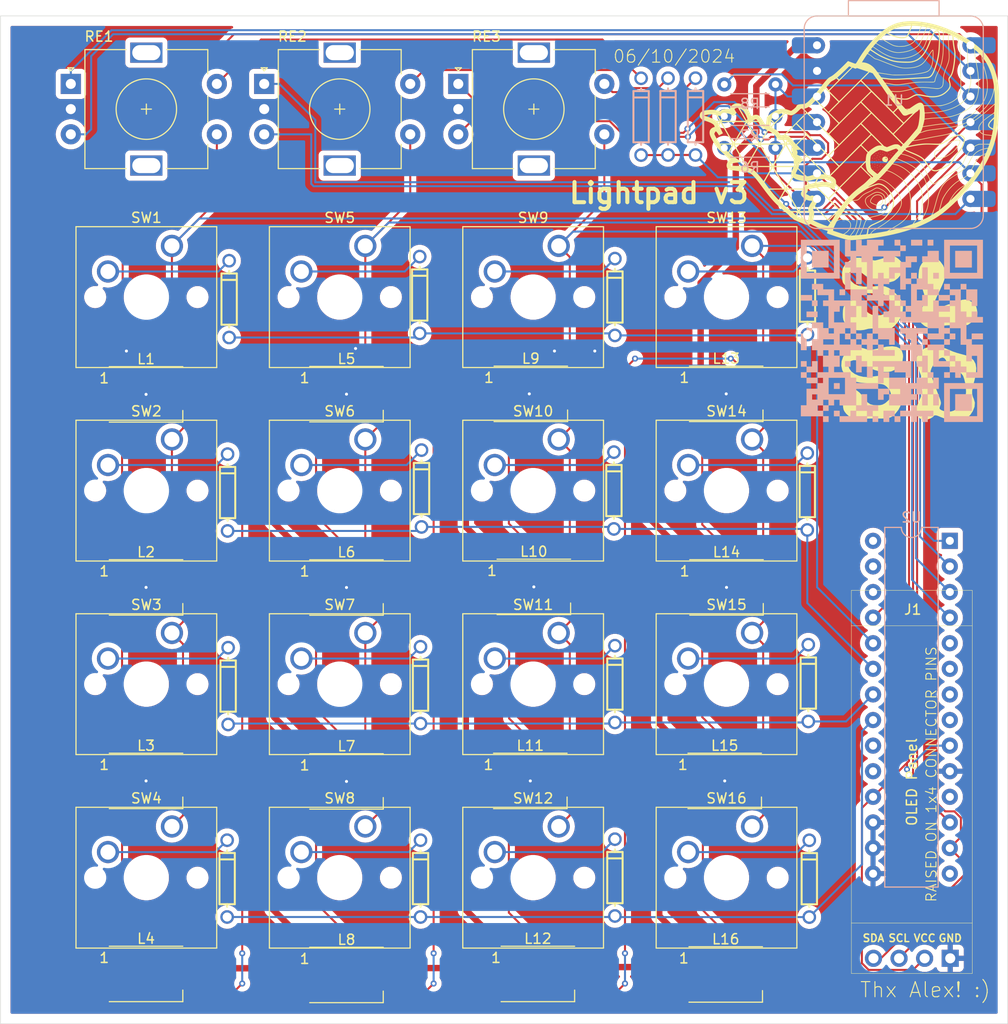
<source format=kicad_pcb>
(kicad_pcb (version 20240108) (generator "pcbnew") (generator_version "8.0")
  (layers (0 "F.Cu" signal) (31 "B.Cu" signal) (34 "B.Paste" user) (35 "F.Paste" user) (36 "B.SilkS" user "B.Silkscreen") (37 "F.SilkS" user "F.Silkscreen") (38 "B.Mask" user) (39 "F.Mask" user) (44 "Edge.Cuts" user))
  (net 0 "")
  (net 1 "Net-(D1-A)")
  (net 2 "R1")
  (net 3 "Net-(D2-A)")
  (net 4 "R2")
  (net 5 "R3")
  (net 6 "Net-(D3-A)")
  (net 7 "Net-(D4-A)")
  (net 8 "R4")
  (net 9 "Net-(D5-A)")
  (net 10 "Net-(D6-A)")
  (net 11 "Net-(D7-A)")
  (net 12 "Net-(D8-A)")
  (net 13 "Net-(D9-A)")
  (net 14 "Net-(D10-A)")
  (net 15 "Net-(D11-A)")
  (net 16 "Net-(D12-A)")
  (net 17 "Net-(D13-A)")
  (net 18 "Net-(D14-A)")
  (net 19 "Net-(D15-A)")
  (net 20 "Net-(D16-A)")
  (net 21 "Net-(D17-A)")
  (net 22 "R5")
  (net 23 "Net-(D18-A)")
  (net 24 "SDA")
  (net 25 "+3V3")
  (net 26 "SCL")
  (net 27 "GND")
  (net 28 "Net-(L1-DOUT)")
  (net 29 "N1")
  (net 30 "+5V")
  (net 31 "Net-(L2-DOUT)")
  (net 32 "Net-(L3-DOUT)")
  (net 33 "Net-(L4-DOUT)")
  (net 34 "Net-(L5-DOUT)")
  (net 35 "Net-(L6-DOUT)")
  (net 36 "Net-(L7-DOUT)")
  (net 37 "Net-(L8-DOUT)")
  (net 38 "Net-(L10-DIN)")
  (net 39 "Net-(L10-DOUT)")
  (net 40 "Net-(L11-DOUT)")
  (net 41 "Net-(L12-DOUT)")
  (net 42 "Net-(L13-DOUT)")
  (net 43 "Net-(L14-DOUT)")
  (net 44 "Net-(L15-DOUT)")
  (net 46 "SCK")
  (net 47 "E1A")
  (net 48 "E1B")
  (net 49 "C1")
  (net 50 "C2")
  (net 51 "E2A")
  (net 52 "E2B")
  (net 53 "E3A")
  (net 54 "E3B")
  (net 55 "C3")
  (net 56 "C4")
  (net 69 "Net-(D19-A)")
  (footprint "Seeed Studio XIAO Series Library:SSD1306-0.91-OLED-4pin-128x32" (layer "F.Cu") (at 146.48 107 -90)
    (property "Reference" "J1")
    (property "Value" "0.91\" OLED Display")
  )
  (footprint "chrislib:mxswitchwithmodel" (layer "F.Cu") (at 67.02 111.22)
    (property "Reference" "SW3")
    (property "Value" "Cherry MX Switch")
  )
  (footprint "LED_SMD:LED_WS2812B_PLCC4_5.0x5.0mm_P3.2mm" (layer "F.Cu") (at 102.95 106.65)
    (property "Reference" "L10")
    (property "Value" "WS2812B")
  )
  (footprint "chrislib:mxswitchwithmodel" (layer "F.Cu") (at 124.62 92.02)
    (property "Reference" "SW14")
    (property "Value" "Cherry MX Switch")
  )
  (footprint "LED_SMD:LED_WS2812B_PLCC4_5.0x5.0mm_P3.2mm" (layer "F.Cu") (at 121.9 125.9)
    (property "Reference" "L15")
    (property "Value" "WS2812B")
  )
  (footprint "chrislib:mxswitchwithmodel" (layer "F.Cu") (at 124.62 111.22)
    (property "Reference" "SW15")
    (property "Value" "Cherry MX Switch")
  )
  (footprint "chrislib:mxswitchwithmodel" (layer "F.Cu") (at 105.42 92.02)
    (property "Reference" "SW10")
    (property "Value" "Cherry MX Switch")
  )
  (footprint "Seeed Studio XIAO Series Library:DIODE-1N4148" (layer "F.Cu") (at 91.7 135.59 90)
    (property "Reference" "D8")
    (property "Value" "D" (hide yes))
  )
  (footprint "Seeed Studio XIAO Series Library:DIODE-1N4148" (layer "F.Cu") (at 91.6184 77.69 90)
    (property "Reference" "D5")
    (property "Value" "D" (hide yes))
  )
  (footprint "chrislib:mxswitchwithmodel" (layer "F.Cu") (at 124.62 130.42)
    (property "Reference" "SW16")
    (property "Value" "Cherry MX Switch")
  )
  (footprint "LED_SMD:LED_WS2812B_PLCC4_5.0x5.0mm_P3.2mm" (layer "F.Cu") (at 122.05 87.5)
    (property "Reference" "L13")
    (property "Value" "WS2812B")
  )
  (footprint "LED_SMD:LED_WS2812B_PLCC4_5.0x5.0mm_P3.2mm" (layer "F.Cu") (at 102.65 87.5)
    (property "Reference" "L9")
    (property "Value" "WS2812B")
  )
  (footprint "LED_SMD:LED_WS2812B_PLCC4_5.0x5.0mm_P3.2mm" (layer "F.Cu") (at 84.35 145.15)
    (property "Reference" "L8")
    (property "Value" "WS2812B")
  )
  (footprint "chrislib:mxswitchwithmodel" (layer "F.Cu") (at 67.02 72.82)
    (property "Reference" "SW1")
    (property "Value" "Cherry MX Switch")
  )
  (footprint "LOGO" (layer "F.Cu") (at 134.25 61.25)
    (property "Reference" "")
    (property "Value" "LOGO" (hide yes))
  )
  (footprint "Seeed Studio XIAO Series Library:DIODE-1N4148" (layer "F.Cu") (at 130.1184 77.81 90)
    (property "Reference" "D13")
    (property "Value" "D" (hide yes))
  )
  (footprint "LED_SMD:LED_WS2812B_PLCC4_5.0x5.0mm_P3.2mm" (layer "F.Cu") (at 64.45 145.05)
    (property "Reference" "L4")
    (property "Value" "WS2812B")
  )
  (footprint "Seeed Studio XIAO Series Library:DIODE-1N4148" (layer "F.Cu") (at 72.5 135.59 90)
    (property "Reference" "D4")
    (property "Value" "D" (hide yes))
  )
  (footprint "LED_SMD:LED_WS2812B_PLCC4_5.0x5.0mm_P3.2mm" (layer "F.Cu") (at 103.35 145.05)
    (property "Reference" "L12")
    (property "Value" "WS2812B")
  )
  (footprint "LED_SMD:LED_WS2812B_PLCC4_5.0x5.0mm_P3.2mm" (layer "F.Cu") (at 122 145.1)
    (property "Reference" "L16")
    (property "Value" "WS2812B")
  )
  (footprint "Seeed Studio XIAO Series Library:DIODE-1N4148" (layer "F.Cu") (at 72.5456 97.29 90)
    (property "Reference" "D2")
    (property "Value" "D" (hide yes))
  )
  (footprint "chrislib:mxswitchwithmodel" (layer "F.Cu") (at 86.22 92.02)
    (property "Reference" "SW6")
    (property "Value" "Cherry MX Switch")
  )
  (footprint "Seeed Studio XIAO Series Library:DIODE-1N4148" (layer "F.Cu") (at 130.1 97.19 90)
    (property "Reference" "D14")
    (property "Value" "D" (hide yes))
  )
  (footprint "Seeed Studio XIAO Series Library:DIODE-1N4148" (layer "F.Cu") (at 91.7 116.4 90)
    (property "Reference" "D7")
    (property "Value" "D" (hide yes))
  )
  (footprint "chrislib:mxswitchwithmodel" (layer "F.Cu") (at 124.62 72.82)
    (property "Reference" "SW13")
    (property "Value" "Cherry MX Switch")
  )
  (footprint "Seeed Studio XIAO Series Library:DIODE-1N4148" (layer "F.Cu") (at 72.6 116.49 90)
    (property "Reference" "D3")
    (property "Value" "D" (hide yes))
  )
  (footprint "chrislib:mxswitchwithmodel" (layer "F.Cu") (at 67.02 130.42)
    (property "Reference" "SW4")
    (property "Value" "Cherry MX Switch")
  )
  (footprint "Seeed Studio XIAO Series Library:DIODE-1N4148" (layer "F.Cu") (at 111 77.89 90)
    (property "Reference" "D9")
    (property "Value" "D" (hide yes))
  )
  (footprint "chrislib:mxswitchwithmodel" (layer "F.Cu") (at 105.42 72.82)
    (property "Reference" "SW9")
    (property "Value" "Cherry MX Switch")
  )
  (footprint "chrislib:mxswitchwithmodel" (layer "F.Cu") (at 67.02 92.02)
    (property "Reference" "SW2")
    (property "Value" "Cherry MX Switch")
  )
  (footprint "chrislib:ec11with3dmodel" (layer "F.Cu") (at 76.18 56.75)
    (property "Reference" "RE2")
    (property "Value" "E11 Rotary")
  )
  (footprint "LED_SMD:LED_WS2812B_PLCC4_5.0x5.0mm_P3.2mm" (layer "F.Cu") (at 64.45 125.9)
    (property "Reference" "L3")
    (property "Value" "WS2812B")
  )
  (footprint "Seeed Studio XIAO Series Library:DIODE-1N4148" (layer "F.Cu") (at 110.9 97.09 90)
    (property "Reference" "D10")
    (property "Value" "D" (hide yes))
  )
  (footprint "LED_SMD:LED_WS2812B_PLCC4_5.0x5.0mm_P3.2mm" (layer "F.Cu") (at 84.35 87.53)
    (property "Reference" "L5")
    (property "Value" "WS2812B")
  )
  (footprint "Seeed Studio XIAO Series Library:DIODE-1N4148" (layer "F.Cu") (at 111 135.49 90)
    (property "Reference" "D12")
    (property "Value" "D" (hide yes))
  )
  (footprint "LED_SMD:LED_WS2812B_PLCC4_5.0x5.0mm_P3.2mm" (layer "F.Cu") (at 64.45 87.55)
    (property "Reference" "L1")
    (property "Value" "WS2812B")
  )
  (footprint "chrislib:ec11with3dmodel" (layer "F.Cu") (at 56.98 56.75)
    (property "Reference" "RE1")
    (property "Value" "E11 Rotary")
  )
  (footprint "chrislib:mxswitchwithmodel" (layer "F.Cu") (at 105.42 111.22)
    (property "Reference" "SW11")
    (property "Value" "Cherry MX Switch")
  )
  (footprint "LED_SMD:LED_WS2812B_PLCC4_5.0x5.0mm_P3.2mm" (layer "F.Cu") (at 102.6 125.9)
    (property "Reference" "L11")
    (property "Value" "WS2812B")
  )
  (footprint "chrislib:mxswitchwithmodel" (layer "F.Cu") (at 86.22 111.22)
    (property "Reference" "SW7")
    (property "Value" "Cherry MX Switch")
  )
  (footprint "LED_SMD:LED_WS2812B_PLCC4_5.0x5.0mm_P3.2mm" (layer "F.Cu") (at 64.45 106.7)
    (property "Reference" "L2")
    (property "Value" "WS2812B")
  )
  (footprint "chrislib:mxswitchwithmodel" (layer "F.Cu") (at 105.42 130.42)
    (property "Reference" "SW12")
    (property "Value" "Cherry MX Switch")
  )
  (footprint "LED_SMD:LED_WS2812B_PLCC4_5.0x5.0mm_P3.2mm" (layer "F.Cu") (at 84.35 106.71)
    (property "Reference" "L6")
    (property "Value" "WS2812B")
  )
  (footprint "LOGO" (layer "F.Cu") (at 140.75 82.226694)
    (property "Reference" "")
    (property "Value" "LOGO" (hide yes))
  )
  (footprint "Seeed Studio XIAO Series Library:DIODE-1N4148" (layer "F.Cu") (at 72.7 78.1 90)
    (property "Reference" "D1")
    (property "Value" "D" (hide yes))
  )
  (footprint "chrislib:mxswitchwithmodel" (layer "F.Cu") (at 86.22 72.82)
    (property "Reference" "SW5")
    (property "Value" "Cherry MX Switch")
  )
  (footprint "LED_SMD:LED_WS2812B_PLCC4_5.0x5.0mm_P3.2mm" (layer "F.Cu") (at 122.08 106.7)
    (property "Reference" "L14")
    (property "Value" "WS2812B")
  )
  (footprint "chrislib:mxswitchwithmodel" (layer "F.Cu") (at 86.22 130.42)
    (property "Reference" "SW8")
    (property "Value" "Cherry MX Switch")
  )
  (footprint "chrislib:ec11with3dmodel" (layer "F.Cu") (at 95.45 56.75)
    (property "Reference" "RE3")
    (property "Value" "E11 Rotary")
  )
  (footprint "Seeed Studio XIAO Series Library:DIODE-1N4148" (layer "F.Cu") (at 111 116.29 90)
    (property "Reference" "D11")
    (property "Value" "D" (hide yes))
  )
  (footprint "LED_SMD:LED_WS2812B_PLCC4_5.0x5.0mm_P3.2mm" (layer "F.Cu") (at 84.35 125.95)
    (property "Reference" "L7")
    (property "Value" "WS2812B")
  )
  (footprint "Seeed Studio XIAO Series Library:DIODE-1N4148" (layer "F.Cu") (at 130.3 135.6 90)
    (property "Reference" "D16")
    (property "Value" "D" (hide yes))
  )
  (footprint "Seeed Studio XIAO Series Library:DIODE-1N4148" (layer "F.Cu") (at 91.8 96.89 90)
    (property "Reference" "D6")
    (property "Value" "D" (hide yes))
  )
  (footprint "Seeed Studio XIAO Series Library:DIODE-1N4148" (layer "F.Cu") (at 130.2 116.19 90)
    (property "Reference" "D15")
    (property "Value" "D" (hide yes))
  )
  (footprint "Seeed Studio XIAO Series Library:DIODE-1N4148" (layer "B.Cu") (at 113.6 60 90)
    (property "Reference" "D17")
    (property "Value" "D" (hide yes))
  )
  (footprint "LOGO" (layer "B.Cu") (at 138.5 81.25 180)
    (property "Reference" "")
    (property "Value" "LOGO" (hide yes))
  )
  (footprint "Resistor_THT:R_Axial_DIN0204_L3.6mm_D1.6mm_P5.08mm_Horizontal" (layer "B.Cu") (at 121.86 63.1)
    (property "Reference" "R6")
    (property "Value" "4.7K")
  )
  (footprint "Seeed Studio XIAO Series Library:DIODE-1N4148" (layer "B.Cu") (at 116.2728 59.99 90)
    (property "Reference" "D18")
    (property "Value" "D" (hide yes))
  )
  (footprint "Seeed Studio XIAO Series Library:XIAO-RP2040" (layer "B.Cu") (at 147.5725 71.091 180)
    (property "Reference" "U1")
    (property "Value" "Seeed Studio RP2040")
  )
  (footprint "Package_DIP:DIP-28_W7.62mm" (layer "B.Cu") (at 144.25 102.08 180)
    (property "Reference" "U2")
    (property "Value" "MCP23017_SP")
  )
  (footprint "Resistor_THT:R_Axial_DIN0204_L3.6mm_D1.6mm_P5.08mm_Horizontal" (layer "B.Cu") (at 121.86 56.8)
    (property "Reference" "R8")
    (property "Value" "4.7K")
  )
  (footprint "Resistor_THT:R_Axial_DIN0204_L3.6mm_D1.6mm_P5.08mm_Horizontal" (layer "B.Cu") (at 121.86 59.95)
    (property "Reference" "R7")
    (property "Value" "4.7K")
  )
  (footprint "Seeed Studio XIAO Series Library:DIODE-1N4148" (layer "B.Cu") (at 119 59.99 90)
    (property "Reference" "D19")
    (property "Value" "D" (hide yes))
  )
  (gr_rect (start 50 50) (end 150 150) (stroke (width 0.05)) (fill none) (layer "Edge.Cuts"))
  (gr_text "06/10/2024" (at 110.75 54.75 0) (layer "F.SilkS") (effects (font (size 1.25 1.25) (thickness 0.1)) (justify left bottom)))
  (gr_text "RAISED ON 1x4 CONNECTOR PINS" (at 143 138 90) (layer "F.SilkS") (effects (font (size 1 1) (thickness 0.1)) (justify left bottom)))
  (gr_text "Lightpad v3" (at 106.25 68.75 0) (layer "F.SilkS") (effects (font (size 2 2) (thickness 0.4) (bold yes)) (justify left bottom)))
  (gr_text "Thx Alex! :)" (at 135.25 147.5 0) (layer "F.SilkS") (effects (font (size 1.5 1.5) (thickness 0.1)) (justify left bottom)))
  (segment (start 60.67 75.36) (end 71.63 75.36) (width 0.2) (layer "B.Cu") (net 1))
  (segment (start 71.63 75.36) (end 72.7 74.29) (width 0.2) (layer "B.Cu") (net 1))
  (segment (start 91.2084 81.91) (end 91.6184 81.5) (width 0.2) (layer "B.Cu") (net 2))
  (segment (start 130.0384 81.7) (end 130.1184 81.62) (width 0.2) (layer "B.Cu") (net 2))
  (segment (start 110.8 81.5) (end 111 81.7) (width 0.2) (layer "B.Cu") (net 2))
  (segment (start 72.7 81.91) (end 91.2084 81.91) (width 0.2) (layer "B.Cu") (net 2))
  (segment (start 130.1184 81.62) (end 131.07437 82.57597) (width 0.2) (layer "B.Cu") (net 2))
  (segment (start 91.6184 81.5) (end 110.8 81.5) (width 0.2) (layer "B.Cu") (net 2))
  (segment (start 131.07437 82.57597) (end 131.07437 106.68437) (width 0.2) (layer "B.Cu") (net 2))
  (segment (start 131.07437 106.68437) (end 136.63 112.24) (width 0.2) (layer "B.Cu") (net 2))
  (segment (start 111 81.7) (end 130.0384 81.7) (width 0.2) (layer "B.Cu") (net 2))
  (segment (start 60.67 94.56) (end 71.4656 94.56) (width 0.2) (layer "B.Cu") (net 3))
  (segment (start 71.4656 94.56) (end 72.5456 93.48) (width 0.2) (layer "B.Cu") (net 3))
  (segment (start 110.7 100.7) (end 110.9 100.9) (width 0.2) (layer "B.Cu") (net 4))
  (segment (start 110.9 100.9) (end 130 100.9) (width 0.2) (layer "B.Cu") (net 4))
  (segment (start 130 100.9) (end 130.1 101) (width 0.2) (layer "B.Cu") (net 4))
  (segment (start 130.1 108.25) (end 136.63 114.78) (width 0.2) (layer "B.Cu") (net 4))
  (segment (start 91.8 100.7) (end 110.7 100.7) (width 0.2) (layer "B.Cu") (net 4))
  (segment (start 72.5456 101.1) (end 91.4 101.1) (width 0.2) (layer "B.Cu") (net 4))
  (segment (start 130.1 101) (end 130.1 108.25) (width 0.2) (layer "B.Cu") (net 4))
  (segment (start 91.4 101.1) (end 91.8 100.7) (width 0.2) (layer "B.Cu") (net 4))
  (segment (start 130.1 120.1) (end 130.2 120) (width 0.2) (layer "B.Cu") (net 5))
  (segment (start 110.5 120.1) (end 110.39 120.21) (width 0.2) (layer "B.Cu") (net 5))
  (segment (start 72.69 120.21) (end 72.6 120.3) (width 0.2) (layer "B.Cu") (net 5))
  (segment (start 91.7 120.21) (end 72.69 120.21) (width 0.2) (layer "B.Cu") (net 5))
  (segment (start 111 120.1) (end 130.1 120.1) (width 0.2) (layer "B.Cu") (net 5))
  (segment (start 111 120.1) (end 110.5 120.1) (width 0.2) (layer "B.Cu") (net 5))
  (segment (start 130.2 120) (end 133.95 120) (width 0.2) (layer "B.Cu") (net 5))
  (segment (start 133.95 120) (end 136.63 117.32) (width 0.2) (layer "B.Cu") (net 5))
  (segment (start 110.39 120.21) (end 91.7 120.21) (width 0.2) (layer "B.Cu") (net 5))
  (segment (start 71.52 113.76) (end 72.6 112.68) (width 0.2) (layer "B.Cu") (net 6))
  (segment (start 60.67 113.76) (end 71.52 113.76) (width 0.2) (layer "B.Cu") (net 6))
  (segment (start 60.67 132.96) (end 71.32 132.96) (width 0.2) (layer "B.Cu") (net 7))
  (segment (start 71.32 132.96) (end 72.5 131.78) (width 0.2) (layer "B.Cu") (net 7))
  (segment (start 91.7 139.4) (end 110.9 139.4) (width 0.2) (layer "B.Cu") (net 8))
  (segment (start 110.9 139.4) (end 111 139.3) (width 0.2) (layer "B.Cu") (net 8))
  (segment (start 130.3 139.41) (end 111.11 139.41) (width 0.2) (layer "B.Cu") (net 8))
  (segment (start 135.53 134.18) (end 135.53 120.96) (width 0.2) (layer "B.Cu") (net 8))
  (segment (start 130.3 139.41) (end 135.53 134.18) (width 0.2) (layer "B.Cu") (net 8))
  (segment (start 135.53 120.96) (end 136.63 119.86) (width 0.2) (layer "B.Cu") (net 8))
  (segment (start 111.11 139.41) (end 111 139.3) (width 0.2) (layer "B.Cu") (net 8))
  (segment (start 72.5 139.4) (end 91.7 139.4) (width 0.2) (layer "B.Cu") (net 8))
  (segment (start 79.87 75.36) (end 90.1384 75.36) (width 0.2) (layer "B.Cu") (net 9))
  (segment (start 90.1384 75.36) (end 91.6184 73.88) (width 0.2) (layer "B.Cu") (net 9))
  (segment (start 79.87 94.56) (end 90.32 94.56) (width 0.2) (layer "B.Cu") (net 10))
  (segment (start 90.32 94.56) (end 91.8 93.08) (width 0.2) (layer "B.Cu") (net 10))
  (segment (start 79.87 113.76) (end 90.53 113.76) (width 0.2) (layer "B.Cu") (net 11))
  (segment (start 90.53 113.76) (end 91.7 112.59) (width 0.2) (layer "B.Cu") (net 11))
  (segment (start 79.87 132.96) (end 90.52 132.96) (width 0.2) (layer "B.Cu") (net 12))
  (segment (start 90.52 132.96) (end 91.7 131.78) (width 0.2) (layer "B.Cu") (net 12))
  (segment (start 99.07 75.36) (end 109.72 75.36) (width 0.2) (layer "B.Cu") (net 13))
  (segment (start 109.72 75.36) (end 111 74.08) (width 0.2) (layer "B.Cu") (net 13))
  (segment (start 99.07 94.56) (end 109.62 94.56) (width 0.2) (layer "B.Cu") (net 14))
  (segment (start 109.62 94.56) (end 110.9 93.28) (width 0.2) (layer "B.Cu") (net 14))
  (segment (start 99.07 113.76) (end 109.72 113.76) (width 0.2) (layer "B.Cu") (net 15))
  (segment (start 109.72 113.76) (end 111 112.48) (width 0.2) (layer "B.Cu") (net 15))
  (segment (start 109.72 132.96) (end 111 131.68) (width 0.2) (layer "B.Cu") (net 16))
  (segment (start 99.07 132.96) (end 109.72 132.96) (width 0.2) (layer "B.Cu") (net 16))
  (segment (start 128.7584 75.36) (end 130.1184 74) (width 0.2) (layer "B.Cu") (net 17))
  (segment (start 118.27 75.36) (end 128.7584 75.36) (width 0.2) (layer "B.Cu") (net 17))
  (segment (start 118.27 94.56) (end 128.92 94.56) (width 0.2) (layer "B.Cu") (net 18))
  (segment (start 128.92 94.56) (end 130.1 93.38) (width 0.2) (layer "B.Cu") (net 18))
  (segment (start 128.82 113.76) (end 130.2 112.38) (width 0.2) (layer "B.Cu") (net 19))
  (segment (start 118.27 113.76) (end 128.82 113.76) (width 0.2) (layer "B.Cu") (net 19))
  (segment (start 129.13 132.96) (end 130.3 131.79) (width 0.2) (layer "B.Cu") (net 20))
  (segment (start 118.27 132.96) (end 129.13 132.96) (width 0.2) (layer "B.Cu") (net 20))
  (segment (start 113.6 56.19) (end 109.76 52.35) (width 0.2) (layer "F.Cu") (net 21))
  (segment (start 75.88 52.35) (end 71.48 56.75) (width 0.2) (layer "F.Cu") (net 21))
  (segment (start 109.76 52.35) (end 75.88 52.35) (width 0.2) (layer "F.Cu") (net 21))
  (segment (start 113.6 63.81) (end 116.2628 63.81) (width 0.2) (layer "F.Cu") (net 22))
  (segment (start 132.842157 68.657843) (end 139.8 75.615686) (width 0.2) (layer "F.Cu") (net 22))
  (segment (start 139.8 75.615686) (end 139.8 106.53) (width 0.2) (layer "F.Cu") (net 22))
  (segment (start 131.84 69.66) (end 132.842157 68.657843) (width 0.2) (layer "F.Cu") (net 22))
  (segment (start 129 69.66) (end 131.84 69.66) (width 0.2) (layer "F.Cu") (net 22))
  (segment (start 116.2628 63.81) (end 116.2728 63.8) (width 0.2) (layer "F.Cu") (net 22))
  (segment (start 116.2728 63.8) (end 119 63.8) (width 0.2) (layer "F.Cu") (net 22))
  (segment (start 139.8 106.53) (end 136.63 109.7) (width 0.2) (layer "F.Cu") (net 22))
  (segment (start 128 68.66) (end 129 69.66) (width 0.2) (layer "F.Cu") (net 22))
  (via (at 128 68.66) (size 0.6) (drill 0.3) (layers "F.Cu" "B.Cu") (net 22))
  (segment (start 121.22 66.02) (end 125.36 66.02) (width 0.2) (layer "B.Cu") (net 22))
  (segment (start 119 63.8) (end 121.22 66.02) (width 0.2) (layer "B.Cu") (net 22))
  (segment (start 125.36 66.02) (end 128 68.66) (width 0.2) (layer "B.Cu") (net 22))
  (segment (start 116.2728 56.18) (end 115.28843 57.16437) (width 0.2) (layer "F.Cu") (net 23))
  (segment (start 112.62437 57.16437) (end 110.83 55.37) (width 0.2) (layer "F.Cu") (net 23))
  (segment (start 92.06 55.37) (end 90.68 56.75) (width 0.2) (layer "F.Cu") (net 23))
  (segment (start 115.28843 57.16437) (end 112.62437 57.16437) (width 0.2) (layer "F.Cu") (net 23))
  (segment (start 110.83 55.37) (end 92.06 55.37) (width 0.2) (layer "F.Cu") (net 23))
  (segment (start 144.25 132.56) (end 145.9 134.21) (width 0.2) (layer "F.Cu") (net 24))
  (segment (start 143.794365 128.92) (end 144.705635 128.92) (width 0.2) (layer "F.Cu") (net 24))
  (segment (start 145.9 135.005635) (end 137.405635 143.5) (width 0.2) (layer "F.Cu") (net 24))
  (segment (start 145.9 134.21) (end 145.9 135.005635) (width 0.2) (layer "F.Cu") (net 24))
  (segment (start 145.35 129.564365) (end 145.35 131.46) (width 0.2) (layer "F.Cu") (net 24))
  (segment (start 146.3 63.08) (end 141 68.38) (width 0.2) (layer "F.Cu") (net 24))
  (segment (start 144.705635 128.92) (end 145.35 129.564365) (width 0.2) (layer "F.Cu") (net 24))
  (segment (start 137.405635 143.5) (end 136.67 143.5) (width 0.2) (layer "F.Cu") (net 24))
  (segment (start 145.35 131.46) (end 144.25 132.56) (width 0.2) (layer "F.Cu") (net 24))
  (segment (start 141 126.125635) (end 143.794365 128.92) (width 0.2) (layer "F.Cu") (net 24))
  (segment (start 141 68.38) (end 141 126.125635) (width 0.2) (layer "F.Cu") (net 24))
  (segment (start 128.67505 56.9) (end 140.12 56.9) (width 0.2) (layer "B.Cu") (net 24))
  (segment (start 127.57505 55.8) (end 128.67505 56.9) (width 0.2) (layer "B.Cu") (net 24))
  (segment (start 121.86 56.8) (end 122.86 55.8) (width 0.2) (layer "B.Cu") (net 24))
  (segment (start 140.12 56.9) (end 146.3 63.08) (width 0.2) (layer "B.Cu") (net 24))
  (segment (start 122.86 55.8) (end 127.57505 55.8) (width 0.2) (layer "B.Cu") (net 24))
  (segment (start 136.193654 144.65) (end 135.52 143.976346) (width 0.2) (layer "F.Cu") (net 25))
  (segment (start 132.814657 68.064657) (end 140.2 75.45) (width 0.2) (layer "F.Cu") (net 25))
  (segment (start 141.75 143.5) (end 140.6 144.65) (width 0.2) (layer "F.Cu") (net 25))
  (segment (start 131.619314 69.26) (end 132.814657 68.064657) (width 0.2) (layer "F.Cu") (net 25))
  (segment (start 135.52 128.59) (end 136.63 127.48) (width 0.2) (layer "F.Cu") (net 25))
  (segment (start 140.2 75.45) (end 140.2 123.91) (width 0.2) (layer "F.Cu") (net 25))
  (segment (start 130.609365 69.26) (end 131.619314 69.26) (width 0.2) (layer "F.Cu") (net 25))
  (segment (start 140.2 123.91) (end 140 124.11) (width 0.2) (layer "F.Cu") (net 25))
  (segment (start 126.94 65.590635) (end 130.609365 69.26) (width 0.2) (layer "F.Cu") (net 25))
  (segment (start 140.2 123.91) (end 136.63 127.48) (width 0.2) (layer "F.Cu") (net 25))
  (segment (start 140.6 144.65) (end 136.193654 144.65) (width 0.2) (layer "F.Cu") (net 25))
  (segment (start 126.94 63.1) (end 126.94 65.590635) (width 0.2) (layer "F.Cu") (net 25))
  (segment (start 135.52 143.976346) (end 135.52 128.59) (width 0.2) (layer "F.Cu") (net 25))
  (segment (start 140 124.11) (end 140 124.75) (width 0.2) (layer "F.Cu") (net 25))
  (via (at 140 124.75) (size 0.6) (drill 0.3) (layers "F.Cu" "B.Cu") (net 25))
  (segment (start 128.14 58) (end 126.94 56.8) (width 0.2) (layer "B.Cu") (net 25))
  (segment (start 142.35 122.4) (end 144.25 122.4) (width 0.2) (layer "B.Cu") (net 25))
  (segment (start 126.94 56.8) (end 126.94 59.95) (width 0.2) (layer "B.Cu") (net 25))
  (segment (start 131.065 58) (end 128.14 58) (width 0.2) (layer "B.Cu") (net 25))
  (segment (start 140 124.75) (end 142.35 122.4) (width 0.2) (layer "B.Cu") (net 25))
  (segment (start 126.94 63.1) (end 126.94 59.95) (width 0.2) (layer "B.Cu") (net 25))
  (segment (start 146.3 65.62) (end 147.4 66.72) (width 0.2) (layer "F.Cu") (net 26))
  (segment (start 147.4 135.31) (end 139.21 143.5) (width 0.2) (layer "F.Cu") (net 26))
  (segment (start 147.4 66.72) (end 147.4 135.31) (width 0.2) (layer "F.Cu") (net 26))
  (segment (start 126.43 64.52) (end 145.2 64.52) (width 0.2) (layer "B.Cu") (net 26))
  (segment (start 121.86 59.95) (end 126.43 64.52) (width 0.2) (layer "B.Cu") (net 26))
  (segment (start 145.2 64.52) (end 146.3 65.62) (width 0.2) (layer "B.Cu") (net 26))
  (segment (start 136.63 132.56) (end 136.63 130.02) (width 0.2) (layer "F.Cu") (net 27))
  (segment (start 136.63 135.1) (end 136.63 132.56) (width 0.2) (layer "F.Cu") (net 27))
  (via (at 121.9 125.9) (size 0.6) (drill 0.3) (layers "F.Cu" "B.Cu") (net 27))
  (via (at 85.25 83) (size 0.6) (drill 0.3) (layers "F.Cu" "B.Cu") (net 27))
  (via (at 105 83.25) (size 0.6) (drill 0.3) (layers "F.Cu" "B.Cu") (net 27))
  (via (at 62.5 83.25) (size 0.6) (drill 0.3) (layers "F.Cu" "B.Cu") (net 27))
  (via (at 102.6 125.9) (size 0.6) (drill 0.3) (layers "F.Cu" "B.Cu") (net 27))
  (via (at 122.08 106.7) (size 0.6) (drill 0.3) (layers "F.Cu" "B.Cu") (net 27))
  (via (at 102.95 106.65) (size 0.6) (drill 0.3) (layers "F.Cu" "B.Cu") (net 27))
  (via (at 84.35 87.53) (size 0.6) (drill 0.3) (layers "F.Cu" "B.Cu") (net 27))
  (via (at 109 83.25) (size 0.6) (drill 0.3) (layers "F.Cu" "B.Cu") (net 27))
  (via (at 64.45 87.55) (size 0.6) (drill 0.3) (layers "F.Cu" "B.Cu") (net 27))
  (via (at 102.5 87.5) (size 0.6) (drill 0.3) (layers "F.Cu" "B.Cu") (net 27))
  (via (at 84.35 125.95) (size 0.6) (drill 0.3) (layers "F.Cu" "B.Cu") (net 27))
  (via (at 122.05 87.5) (size 0.6) (drill 0.3) (layers "F.Cu" "B.Cu") (net 27))
  (via (at 64.45 106.7) (size 0.6) (drill 0.3) (layers "F.Cu" "B.Cu") (net 27))
  (via (at 84.35 106.71) (size 0.6) (drill 0.3) (layers "F.Cu" "B.Cu") (net 27))
  (via (at 64.45 125.9) (size 0.6) (drill 0.3) (layers "F.Cu" "B.Cu") (net 27))
  (segment (start 62.07 89.27) (end 62.07 100.22) (width 0.2) (layer "F.Cu") (net 28))
  (segment (start 62 89.2) (end 62.07 89.27) (width 0.2) (layer "F.Cu") (net 28))
  (segment (start 62.07 100.22) (end 66.9 105.05) (width 0.2) (layer "F.Cu") (net 28))
  (segment (start 145.2 51.82) (end 146.3 52.92) (width 0.2) (layer "F.Cu") (net 29))
  (segment (start 66.9 85.9) (end 62.13 81.13) (width 0.2) (layer "F.Cu") (net 29))
  (segment (start 62.13 81.13) (end 62.13 62.87) (width 0.2) (layer "F.Cu") (net 29))
  (segment (start 73.18 51.82) (end 145.2 51.82) (width 0.2) (layer "F.Cu") (net 29))
  (segment (start 62.13 62.87) (end 73.18 51.82) (width 0.2) (layer "F.Cu") (net 29))
  (segment (start 57.8 128.45) (end 57.8 139.2) (width 0.635) (layer "F.Cu") (net 30))
  (segment (start 57.8 139.2) (end 62 143.4) (width 0.635) (layer "F.Cu") (net 30))
  (segment (start 63.085 144.485) (end 80.915 144.485) (width 0.635) (layer "F.Cu") (net 30))
  (segment (start 62 85.9) (end 57.8 90.1) (width 0.635) (layer "F.Cu") (net 30))
  (segment (start 125.040272 61.553608) (end 125.040272 56.959728) (width 0.635) (layer "F.Cu") (net 30))
  (segment (start 77 100.16) (end 81.9 105.06) (width 0.635) (layer "F.Cu") (net 30))
  (segment (start 96.2 138.7) (end 96.2 128.2) (width 0.635) (layer "F.Cu") (net 30))
  (segment (start 119.6 85.85) (end 119.6 85.35) (width 0.635) (layer "F.Cu") (net 30))
  (segment (start 77 129.2) (end 77 138.6) (width 0.635) (layer "F.Cu") (net 30))
  (segment (start 99.7 124.7) (end 96.2 121.2) (width 0.635) (layer "F.Cu") (net 30))
  (segment (start 115.4 128.3) (end 115.4 139.3) (width 0.635) (layer "F.Cu") (net 30))
  (segment (start 80.915 144.485) (end 81.9 143.5) (width 0.635) (layer "F.Cu") (net 30))
  (segment (start 123 73) (end 123 63.59388) (width 0.635) (layer "F.Cu") (net 30))
  (segment (start 123 63.59388) (end 125.040272 61.553608) (width 0.635) (layer "F.Cu") (net 30))
  (segment (start 125.040272 56.959728) (end 129.08 52.92) (width 0.635) (layer "F.Cu") (net 30))
  (segment (start 129.08 52.92) (end 131.065 52.92) (width 0.635) (layer "F.Cu") (net 30))
  (segment (start 57.8 120.05) (end 62 124.25) (width 0.635) (layer "F.Cu") (net 30))
  (segment (start 99.8325 144.4675) (end 100.9 143.4) (width 0.635) (layer "F.Cu") (net 30))
  (segment (start 81.9 85.88) (end 77 90.78) (width 0.635) (layer "F.Cu") (net 30))
  (segment (start 96.2 109.3) (end 100.5 105) (width 0.635) (layer "F.Cu") (net 30))
  (segment (start 62 143.4) (end 63.085 144.485) (width 0.635) (layer "F.Cu") (net 30))
  (segment (start 77 90.78) (end 77 100.16) (width 0.635) (layer "F.Cu") (net 30))
  (segment (start 119.45 124.25) (end 115.4 128.3) (width 0.635) (layer "F.Cu") (net 30))
  (segment (start 115.4 120.2) (end 119.45 124.25) (width 0.635) (layer "F.Cu") (net 30))
  (segment (start 96.2 121.2) (end 96.2 109.3) (width 0.635) (layer "F.Cu") (net 30))
  (segment (start 62 105.05) (end 57.8 109.25) (width 0.635) (layer "F.Cu") (net 30))
  (segment (start 77 138.6) (end 81.9 143.5) (width 0.635) (layer "F.Cu") (net 30))
  (segment (start 119.6 85.85) (end 114 91.45) (width 0.635) (layer "F.Cu") (net 30))
  (segment (start 77.1825 109.7775) (end 77.1825 119.5825) (width 0.635) (layer "F.Cu") (net 30))
  (segment (start 119.5125 76.4875) (end 123 73) (width 0.635) (layer "F.Cu") (net 30))
  (segment (start 100.9 143.4) (end 101.8675 144.3675) (width 0.635) (layer "F.Cu") (net 30))
  (segment (start 119.6 85.35) (end 119.5125 85.2625) (width 0.635) (layer "F.Cu") (net 30))
  (segment (start 81.9 143.5) (end 82.8675 144.4675) (width 0.635) (layer "F.Cu") (net 30))
  (segment (start 119.5125 85.2625) (end 119.5125 76.4875) (width 0.635) (layer "F.Cu") (net 30))
  (segment (start 81.9 105.06) (end 77.1825 109.7775) (width 0.635) (layer "F.Cu") (net 30))
  (segment (start 99.7 124.7) (end 100.15 124.25) (width 0.635) (layer "F.Cu") (net 30))
  (segment (start 115.4 109.28) (end 115.4 120.2) (width 0.635) (layer "F.Cu") (net 30))
  (segment (start 57.8 109.25) (end 57.8 120.05) (width 0.635) (layer "F.Cu") (net 30))
  (segment (start 100.5 105) (end 96.2 100.7) (width 0.635) (layer "F.Cu") (net 30))
  (segment (start 119.63 105.05) (end 115.4 109.28) (width 0.635) (layer "F.Cu") (net 30))
  (segment (start 96.2 89.85) (end 100.2 85.85) (width 0.635) (layer "F.Cu") (net 30))
  (segment (start 57.8 90.1) (end 57.8 100.85) (width 0.635) (layer "F.Cu") (net 30))
  (segment (start 101.8675 144.3675) (end 118.6325 144.3675) (width 0.635) (layer "F.Cu") (net 30))
  (segment (start 62 124.25) (end 57.8 128.45) (width 0.635) (layer "F.Cu") (net 30))
  (segment (start 118.6325 144.3675) (end 119.55 143.45) (width 0.635) (layer "F.Cu") (net 30))
  (segment (start 81.9 124.3) (end 77 129.2) (width 0.635) (layer "F.Cu") (net 30))
  (segment (start 114 99.42) (end 119.63 105.05) (width 0.635) (layer "F.Cu") (net 30))
  (segment (start 82.8675 144.4675) (end 99.8325 144.4675) (width 0.635) (layer "F.Cu") (net 30))
  (segment (start 57.8 100.85) (end 62 105.05) (width 0.635) (layer "F.Cu") (net 30))
  (segment (start 77.1825 119.5825) (end 81.9 124.3) (width 0.635) (layer "F.Cu") (net 30))
  (segment (start 96.2 128.2) (end 99.7 124.7) (width 0.635) (layer "F.Cu") (net 30))
  (segment (start 96.2 100.7) (end 96.2 89.85) (width 0.635) (layer "F.Cu") (net 30))
  (segment (start 114 91.45) (end 114 99.42) (width 0.635) (layer "F.Cu") (net 30))
  (segment (start 115.4 139.3) (end 119.55 143.45) (width 0.635) (layer "F.Cu") (net 30))
  (segment (start 100.9 143.4) (end 96.2 138.7) (width 0.635) (layer "F.Cu") (net 30))
  (segment (start 62.07 119.67) (end 66.65 124.25) (width 0.2) (layer "F.Cu") (net 31))
  (segment (start 62.07 108.42) (end 62.07 119.67) (width 0.2) (layer "F.Cu") (net 31))
  (segment (start 62 108.35) (end 62.07 108.42) (width 0.2) (layer "F.Cu") (net 31))
  (segment (start 66.65 124.25) (end 66.9 124.25) (width 0.2) (layer "F.Cu") (net 31))
  (segment (start 62.07 138.97) (end 66.5 143.4) (width 0.2) (layer "F.Cu") (net 32))
  (segment (start 62.07 127.62) (end 62.07 138.97) (width 0.2) (layer "F.Cu") (net 32))
  (segment (start 66.5 143.4) (end 66.9 143.4) (width 0.2) (layer "F.Cu") (net 32))
  (segment (start 62 127.55) (end 62.07 127.62) (width 0.2) (layer "F.Cu") (net 32))
  (segment (start 84.92 84) (end 86.8 85.88) (width 0.2) (layer "F.Cu") (net 33))
  (segment (start 62 146.7) (end 63.3 148) (width 0.2) (layer "F.Cu") (net 33))
  (segment (start 75 84) (end 84.92 84) (width 0.2) (layer "F.Cu") (net 33))
  (segment (start 63.3 148) (end 72 148) (width 0.2) (layer "F.Cu") (net 33))
  (segment (start 74 85) (end 75 84) (width 0.2) (layer "F.Cu") (net 33))
  (segment (start 74 143) (end 74 85) (width 0.2) (layer "F.Cu") (net 33))
  (segment (start 72 148) (end 74 146) (width 0.2) (layer "F.Cu") (net 33))
  (via (at 74 146) (size 0.6) (drill 0.3) (layers "F.Cu" "B.Cu") (net 33))
  (via (at 74 143) (size 0.6) (drill 0.3) (layers "F.Cu" "B.Cu") (net 33))
  (segment (start 74 146) (end 74 143) (width 0.2) (layer "B.Cu") (net 33))
  (segment (start 81.33 89.75) (end 81.33 99.59) (width 0.2) (layer "F.Cu") (net 34))
  (segment (start 81.33 99.59) (end 86.8 105.06) (width 0.2) (layer "F.Cu") (net 34))
  (segment (start 81.9 89.18) (end 81.33 89.75) (width 0.2) (layer "F.Cu") (net 34))
  (segment (start 81.33 108.93) (end 81.33 118.83) (width 0.2) (layer "F.Cu") (net 35))
  (segment (start 81.9 108.36) (end 81.33 108.93) (width 0.2) (layer "F.Cu") (net 35))
  (segment (start 81.33 118.83) (end 86.8 124.3) (width 0.2) (layer "F.Cu") (net 35))
  (segment (start 81.33 128.17) (end 81.33 138.03) (width 0.2) (layer "F.Cu") (net 36))
  (segment (start 81.9 127.6) (end 81.33 128.17) (width 0.2) (layer "F.Cu") (net 36))
  (segment (start 81.33 138.03) (end 86.8 143.5) (width 0.2) (layer "F.Cu") (net 36))
  (segment (start 83.1 148) (end 87 148) (width 0.2) (layer "F.Cu") (net 37))
  (segment (start 81.9 146.8) (end 83.1 148) (width 0.2) (layer "F.Cu") (net 37))
  (segment (start 93 85) (end 94 84) (width 0.2) (layer "F.Cu") (net 37))
  (segment (start 91 148) (end 93 146) (width 0.2) (layer "F.Cu") (net 37))
  (segment (start 93 143) (end 93 85) (width 0.2) (layer "F.Cu") (net 37))
  (segment (start 94 84) (end 103.25 84) (width 0.2) (layer "F.Cu") (net 37))
  (segment (start 87 148) (end 91 148) (width 0.2) (layer "F.Cu") (net 37))
  (segment (start 103.25 84) (end 105.1 85.85) (width 0.2) (layer "F.Cu") (net 37))
  (via (at 93 143) (size 0.6) (drill 0.3) (layers "F.Cu" "B.Cu") (net 37))
  (via (at 93 146) (size 0.6) (drill 0.3) (layers "F.Cu" "B.Cu") (net 37))
  (segment (start 93 146) (end 93 143) (width 0.2) (layer "B.Cu") (net 37))
  (segment (start 100.47 89.42) (end 100.47 100.37) (width 0.2) (layer "F.Cu") (net 38))
  (segment (start 105.1 105) (end 105.4 105) (width 0.2) (layer "F.Cu") (net 38))
  (segment (start 100.2 89.15) (end 100.47 89.42) (width 0.2) (layer "F.Cu") (net 38))
  (segment (start 100.47 100.37) (end 105.1 105) (width 0.2) (layer "F.Cu") (net 38))
  (segment (start 100.5 119.7) (end 105.05 124.25) (width 0.2) (layer "F.Cu") (net 39))
  (segment (start 100.5 108.3) (end 100.5 119.7) (width 0.2) (layer "F.Cu") (net 39))
  (segment (start 100.47 127.87) (end 100.47 138.97) (width 0.2) (layer "F.Cu") (net 40))
  (segment (start 104.9 143.4) (end 105.8 143.4) (width 0.2) (layer "F.Cu") (net 40))
  (segment (start 100.15 127.55) (end 100.47 127.87) (width 0.2) (layer "F.Cu") (net 40))
  (segment (start 100.47 138.97) (end 104.9 143.4) (width 0.2) (layer "F.Cu") (net 40))
  (segment (start 100.9 146.7) (end 102.2 148) (width 0.2) (layer "F.Cu") (net 41))
  (segment (start 110 148) (end 112 146) (width 0.2) (layer "F.Cu") (net 41))
  (segment (start 112 143) (end 112 85) (width 0.2) (layer "F.Cu") (net 41))
  (segment (start 112 85) (end 113 84) (width 0.2) (layer "F.Cu") (net 41))
  (segment (start 102.2 148) (end 110 148) (width 0.2) (layer "F.Cu") (net 41))
  (segment (start 122.65 84) (end 124.5 85.85) (width 0.2) (layer "F.Cu") (net 41))
  (segment (start 122.5 84) (end 122.65 84) (width 0.2) (layer "F.Cu") (net 41))
  (via (at 112 143) (size 0.6) (drill 0.3) (layers "F.Cu" "B.Cu") (net 41))
  (via (at 122.5 84) (size 0.6) (drill 0.3) (layers "F.Cu" "B.Cu") (net 41))
  (via (at 112 146) (size 0.6) (drill 0.3) (layers "F.Cu" "B.Cu") (net 41))
  (via (at 113 84) (size 0.6) (drill 0.3) (layers "F.Cu" "B.Cu") (net 41))
  (segment (start 113 84) (end 122.5 84) (width 0.2) (layer "B.Cu") (net 41))
  (segment (start 112 146) (end 112 143) (width 0.2) (layer "B.Cu") (net 41))
  (segment (start 119.6 89.15) (end 119.67 89.22) (width 0.2) (layer "F.Cu") (net 42))
  (segment (start 119.67 89.22) (end 119.67 100.47) (width 0.2) (layer "F.Cu") (net 42))
  (segment (start 124.25 105.05) (end 124.53 105.05) (width 0.2) (layer "F.Cu") (net 42))
  (segment (start 119.67 100.47) (end 124.25 105.05) (width 0.2) (layer "F.Cu") (net 42))
  (segment (start 119.63 108.35) (end 119.67 108.39) (width 0.2) (layer "F.Cu") (net 43))
  (segment (start 119.67 119.57) (end 124.35 124.25) (width 0.2) (layer "F.Cu") (net 43))
  (segment (start 119.67 108.39) (end 119.67 119.57) (width 0.2) (layer "F.Cu") (net 43))
  (segment (start 119.73 138.73) (end 124.45 143.45) (width 0.2) (layer "F.Cu") (net 44))
  (segment (start 119.73 127.83) (end 119.73 138.73) (width 0.2) (layer "F.Cu") (net 44))
  (segment (start 119.45 127.55) (end 119.73 127.83) (width 0.2) (layer "F.Cu") (net 44))
  (segment (start 140.6 75.155) (end 140.6 126.37) (width 0.2) (layer "F.Cu") (net 46))
  (segment (start 131.065 65.62) (end 140.6 75.155) (width 0.2) (layer "F.Cu") (net 46))
  (segment (start 140.6 126.37) (end 144.25 130.02) (width 0.2) (layer "F.Cu") (net 46))
  (segment (start 124.38 65.62) (end 121.86 63.1) (width 0.2) (layer "B.Cu") (net 46))
  (segment (start 131.065 65.62) (end 124.38 65.62) (width 0.2) (layer "B.Cu") (net 46))
  (segment (start 56.98 56.75) (end 56.98 55.454314) (width 0.2) (layer "B.Cu") (net 47))
  (segment (start 61.014314 51.42) (end 142.26 51.42) (width 0.2) (layer "B.Cu") (net 47))
  (segment (start 142.26 51.42) (end 146.3 55.46) (width 0.2) (layer "B.Cu") (net 47))
  (segment (start 56.98 55.454314) (end 61.014314 51.42) (width 0.2) (layer "B.Cu") (net 47))
  (segment (start 140.12 51.82) (end 146.3 58) (width 0.2) (layer "B.Cu") (net 48))
  (segment (start 59 61.25) (end 59 54) (width 0.2) (layer "B.Cu") (net 48))
  (segment (start 58.5 61.75) (end 59 61.25) (width 0.2) (layer "B.Cu") (net 48))
  (segment (start 56.98 61.75) (end 58.5 61.75) (width 0.2) (layer "B.Cu") (net 48))
  (segment (start 59 54) (end 61.18 51.82) (width 0.2) (layer "B.Cu") (net 48))
  (segment (start 61.18 51.82) (end 140.12 51.82) (width 0.2) (layer "B.Cu") (net 48))
  (segment (start 67.02 111.22) (end 68.119999 112.319999) (width 0.2) (layer "F.Cu") (net 49))
  (segment (start 68.119999 129.320001) (end 67.02 130.42) (width 0.2) (layer "F.Cu") (net 49))
  (segment (start 68.119999 104.229999) (end 68.119999 110.120001) (width 0.2) (layer "F.Cu") (net 49))
  (segment (start 67.02 103.13) (end 68.119999 104.229999) (width 0.2) (layer "F.Cu") (net 49))
  (segment (start 67.02 72.82) (end 67.02 83.98) (width 0.2) (layer "F.Cu") (net 49))
  (segment (start 68.119999 85.079999) (end 68.119999 90.920001) (width 0.2) (layer "F.Cu") (net 49))
  (segment (start 71.48 68.36) (end 67.02 72.82) (width 0.2) (layer "F.Cu") (net 49))
  (segment (start 68.119999 90.920001) (end 67.02 92.02) (width 0.2) (layer "F.Cu") (net 49))
  (segment (start 67.02 92.02) (end 67.02 103.13) (width 0.2) (layer "F.Cu") (net 49))
  (segment (start 71.48 61.75) (end 71.48 68.36) (width 0.2) (layer "F.Cu") (net 49))
  (segment (start 68.119999 112.319999) (end 68.119999 129.320001) (width 0.2) (layer "F.Cu") (net 49))
  (segment (start 68.119999 110.120001) (end 67.02 111.22) (width 0.2) (layer "F.Cu") (net 49))
  (segment (start 67.02 83.98) (end 68.119999 85.079999) (width 0.2) (layer "F.Cu") (net 49))
  (segment (start 141.7 101.1) (end 142.68 102.08) (width 0.2) (layer "B.Cu") (net 49))
  (segment (start 142.68 102.08) (end 144.25 102.08) (width 0.2) (layer "B.Cu") (net 49))
  (segment (start 67.02 72.82) (end 69.74 70.1) (width 0.2) (layer "B.Cu") (net 49))
  (segment (start 129.293426 70.1) (end 141.7 82.506574) (width 0.2) (layer "B.Cu") (net 49))
  (segment (start 141.7 82.506574) (end 141.7 101.1) (width 0.2) (layer "B.Cu") (net 49))
  (segment (start 69.74 70.1) (end 129.293426 70.1) (width 0.2) (layer "B.Cu") (net 49))
  (segment (start 87.85 90.39) (end 86.22 92.02) (width 0.2) (layer "F.Cu") (net 50))
  (segment (start 87.85 109.59) (end 86.22 111.22) (width 0.2) (layer "F.Cu") (net 50))
  (segment (start 86.22 102.68) (end 87.85 104.31) (width 0.2) (layer "F.Cu") (net 50))
  (segment (start 87.85 104.31) (end 87.85 109.59) (width 0.2) (layer "F.Cu") (net 50))
  (segment (start 90.68 68.36) (end 86.22 72.82) (width 0.2) (layer "F.Cu") (net 50))
  (segment (start 87.85 128.79) (end 86.22 130.42) (width 0.2) (layer "F.Cu") (net 50))
  (segment (start 86.22 72.82) (end 86.22 83.5) (width 0.2) (layer "F.Cu") (net 50))
  (segment (start 90.68 61.75) (end 90.68 68.36) (width 0.2) (layer "F.Cu") (net 50))
  (segment (start 86.22 121.92) (end 87.85 123.55) (width 0.2) (layer "F.Cu") (net 50))
  (segment (start 86.22 111.22) (end 86.22 121.92) (width 0.2) (layer "F.Cu") (net 50))
  (segment (start 87.85 123.55) (end 87.85 128.79) (width 0.2) (layer "F.Cu") (net 50))
  (segment (start 86.22 83.5) (end 87.85 85.13) (width 0.2) (layer "F.Cu") (net 50))
  (segment (start 86.22 92.02) (end 86.22 102.68) (width 0.2) (layer "F.Cu") (net 50))
  (segment (start 87.85 85.13) (end 87.85 90.39) (width 0.2) (layer "F.Cu") (net 50))
  (segment (start 141.3 82.67226) (end 129.12774 70.5) (width 0.2) (layer "B.Cu") (net 50))
  (segment (start 141.3 101.67) (end 141.3 82.67226) (width 0.2) (layer "B.Cu") (net 50))
  (segment (start 88.54 70.5) (end 86.22 72.82) (width 0.2) (layer "B.Cu") (net 50))
  (segment (start 129.12774 70.5) (end 88.54 70.5) (width 0.2) (layer "B.Cu") (net 50))
  (segment (start 144.25 104.62) (end 141.3 101.67) (width 0.2) (layer "B.Cu") (net 50))
  (segment (start 137.75 69) (end 137.84 69) (width 0.2) (layer "F.Cu") (net 51))
  (segment (start 137.84 69) (end 146.3 60.54) (width 0.2) (layer "F.Cu") (net 51))
  (via (at 137.75 69) (size 0.6) (drill 0.3) (layers "F.Cu" "B.Cu") (net 51))
  (segment (start 76.18 56.75) (end 77.68 56.75) (width 0.2) (layer "B.Cu") (net 51))
  (segment (start 147.29 60.54) (end 146.3 60.54) (width 0.2) (layer "B.Cu") (net 51))
  (segment (start 137.49 69.26) (end 137.75 69) (width 0.2) (layer "B.Cu") (net 51))
  (segment (start 81.25 60.32) (end 81.25 66.5) (width 0.2) (layer "B.Cu") (net 51))
  (segment (start 124 66.5) (end 126.76 69.26) (width 0.2) (layer "B.Cu") (net 51))
  (segment (start 81.25 66.5) (end 124 66.5) (width 0.2) (layer "B.Cu") (net 51))
  (segment (start 126.76 69.26) (end 137.49 69.26) (width 0.2) (layer "B.Cu") (net 51))
  (segment (start 77.68 56.75) (end 81.25 60.32) (width 0.2) (layer "B.Cu") (net 51))
  (segment (start 76.18 61.75) (end 80.85 61.75) (width 0.2) (layer "B.Cu") (net 52))
  (segment (start 126.594314 69.66) (end 144.8 69.66) (width 0.2) (layer "B.Cu") (net 52))
  (segment (start 81.084315 66.9) (end 123.834314 66.9) (width 0.2) (layer "B.Cu") (net 52))
  (segment (start 80.85 61.75) (end 80.85 66.665685) (width 0.2) (layer "B.Cu") (net 52))
  (segment (start 123.834314 66.9) (end 126.594314 69.66) (width 0.2) (layer "B.Cu") (net 52))
  (segment (start 144.8 69.66) (end 146.3 68.16) (width 0.2) (layer "B.Cu") (net 52))
  (segment (start 80.85 66.665685) (end 81.084315 66.9) (width 0.2) (layer "B.Cu") (net 52))
  (segment (start 97 60.05) (end 110.654164 60.05) (width 0.2) (layer "F.Cu") (net 53))
  (segment (start 132.165 62.624365) (end 131.37495 61.834315) (width 0.2) (layer "F.Cu") (net 53))
  (segment (start 95.45 56.75) (end 97 58.3) (width 0.2) (layer "F.Cu") (net 53))
  (segment (start 117.80147 61.6) (end 118.200735 61.200735) (width 0.2) (layer "F.Cu") (net 53))
  (segment (start 131.37495 61.834315) (end 130.385 61.834315) (width 0.2) (layer "F.Cu") (net 53))
  (segment (start 130.385 61.834315) (end 130.150686 61.6) (width 0.2) (layer "F.Cu") (net 53))
  (segment (start 130.085142 61.534456) (end 125.857772 61.534456) (width 0.2) (layer "F.Cu") (net 53))
  (segment (start 129.965 64.824365) (end 130.609365 64.18) (width 0.2) (layer "F.Cu") (net 53))
  (segment (start 112.204164 61.6) (end 117.80147 61.6) (width 0.2) (layer "F.Cu") (net 53))
  (segment (start 131.520635 64.18) (end 132.165 63.535635) (width 0.2) (layer "F.Cu") (net 53))
  (segment (start 132.165 63.535635) (end 132.165 62.624365) (width 0.2) (layer "F.Cu") (net 53))
  (segment (start 131.065 68.16) (end 129.965 67.06) (width 0.2) (layer "F.Cu") (net 53))
  (segment (start 129.965 67.06) (end 129.965 64.824365) (width 0.2) (layer "F.Cu") (net 53))
  (segment (start 130.609365 64.18) (end 131.520635 64.18) (width 0.2) (layer "F.Cu") (net 53))
  (segment (start 110.654164 60.05) (end 112.204164 61.6) (width 0.2) (layer "F.Cu") (net 53))
  (segment (start 130.150686 61.6) (end 130.085142 61.534456) (width 0.2) (layer "F.Cu") (net 53))
  (segment (start 97 58.3) (end 97 60.05) (width 0.2) (layer "F.Cu") (net 53))
  (via (at 118.200735 61.200735) (size 0.6) (drill 0.3) (layers "F.Cu" "B.Cu") (net 53))
  (via (at 125.857772 61.534456) (size 0.6) (drill 0.3) (layers "F.Cu" "B.Cu") (net 53))
  (segment (start 118.200735 61.200735) (end 120.85147 58.55) (width 0.2) (layer "B.Cu") (net 53))
  (segment (start 120.85147 58.55) (end 122.873316 58.55) (width 0.2) (layer "B.Cu") (net 53))
  (segment (start 122.873316 58.55) (end 125.857772 61.534456) (width 0.2) (layer "B.Cu") (net 53))
  (segment (start 131.065 63.08) (end 129.985 62) (width 0.2) (layer "F.Cu") (net 54))
  (segment (start 126.25 62.25) (end 126.5 62) (width 0.2) (layer "F.Cu") (net 54))
  (segment (start 112.038478 62) (end 110.488478 60.45) (width 0.2) (layer "F.Cu") (net 54))
  (segment (start 112.038478 62) (end 118.25 62) (width 0.2) (layer "F.Cu") (net 54))
  (segment (start 96.75 60.45) (end 95.45 61.75) (width 0.2) (layer "F.Cu") (net 54))
  (segment (start 125.5 62.25) (end 126.25 62.25) (width 0.2) (layer "F.Cu") (net 54))
  (segment (start 110.488478 60.45) (end 96.75 60.45) (width 0.2) (layer "F.Cu") (net 54))
  (segment (start 126.5 62) (end 129.985 62) (width 0.2) (layer "F.Cu") (net 54))
  (via (at 125.5 62.25) (size 0.6) (drill 0.3) (layers "F.Cu" "B.Cu") (net 54))
  (via (at 118.25 62) (size 0.6) (drill 0.3) (layers "F.Cu" "B.Cu") (net 54))
  (segment (start 125.5 62.175786) (end 125.5 62.25) (width 0.2) (layer "B.Cu") (net 54))
  (segment (start 121.3 58.95) (end 122.274214 58.95) (width 0.2) (layer "B.Cu") (net 54))
  (segment (start 118.25 62) (end 121.3 58.95) (width 0.2) (layer "B.Cu") (net 54))
  (segment (start 122.274214 58.95) (end 125.5 62.175786) (width 0.2) (layer "B.Cu") (net 54))
  (segment (start 105.42 111.22) (end 106.519999 112.319999) (width 0.2) (layer "F.Cu") (net 55))
  (segment (start 106.519999 93.119999) (end 106.519999 110.120001) (width 0.2) (layer "F.Cu") (net 55))
  (segment (start 109.95 61.75) (end 109.95 68.29) (width 0.2) (layer "F.Cu") (net 55))
  (segment (start 105.42 72.82) (end 106.519999 73.919999) (width 0.2) (layer "F.Cu") (net 55))
  (segment (start 106.519999 129.320001) (end 105.42 130.42) (width 0.2) (layer "F.Cu") (net 55))
  (segment (start 109.95 68.29) (end 105.42 72.82) (width 0.2) (layer "F.Cu") (net 55))
  (segment (start 106.519999 112.319999) (end 106.519999 129.320001) (width 0.2) (layer "F.Cu") (net 55))
  (segment (start 106.519999 110.120001) (end 105.42 111.22) (width 0.2) (layer "F.Cu") (net 55))
  (segment (start 106.519999 73.919999) (end 106.519999 90.920001) (width 0.2) (layer "F.Cu") (net 55))
  (segment (start 106.519999 90.920001) (end 105.42 92.02) (width 0.2) (layer "F.Cu") (net 55))
  (segment (start 105.42 92.02) (end 106.519999 93.119999) (width 0.2) (layer "F.Cu") (net 55))
  (segment (start 140.9 82.837946) (end 129.462054 71.4) (width 0.2) (layer "B.Cu") (net 55))
  (segment (start 140.9 103.81) (end 140.9 82.837946) (width 0.2) (layer "B.Cu") (net 55))
  (segment (start 144.25 107.16) (end 140.9 103.81) (width 0.2) (layer "B.Cu") (net 55))
  (segment (start 106.84 71.4) (end 105.42 72.82) (width 0.2) (layer "B.Cu") (net 55))
  (segment (start 129.462054 71.4) (end 106.84 71.4) (width 0.2) (layer "B.Cu") (net 55))
  (segment (start 124.62 72.82) (end 125.719999 73.919999) (width 0.2) (layer "F.Cu") (net 56))
  (segment (start 125.719999 129.320001) (end 124.62 130.42) (width 0.2) (layer "F.Cu") (net 56))
  (segment (start 125.719999 112.319999) (end 125.719999 129.320001) (width 0.2) (layer "F.Cu") (net 56))
  (segment (start 125.719999 73.919999) (end 125.719999 90.920001) (width 0.2) (layer "F.Cu") (net 56))
  (segment (start 125.719999 110.120001) (end 124.62 111.22) (width 0.2) (layer "F.Cu") (net 56))
  (segment (start 125.719999 93.119999) (end 125.719999 110.120001) (width 0.2) (layer "F.Cu") (net 56))
  (segment (start 124.62 92.02) (end 125.719999 93.119999) (width 0.2) (layer "F.Cu") (net 56))
  (segment (start 125.719999 90.920001) (end 124.62 92.02) (width 0.2) (layer "F.Cu") (net 56))
  (segment (start 124.62 111.22) (end 125.719999 112.319999) (width 0.2) (layer "F.Cu") (net 56))
  (segment (start 124.62 72.82) (end 130.316368 72.82) (width 0.2) (layer "B.Cu") (net 56))
  (segment (start 130.316368 72.82) (end 140.5 83.003632) (width 0.2) (layer "B.Cu") (net 56))
  (segment (start 140.5 105.95) (end 144.25 109.7) (width 0.2) (layer "B.Cu") (net 56))
  (segment (start 140.5 83.003632) (end 140.5 105.95) (width 0.2) (layer "B.Cu") (net 56))
  (segment (start 125.04 110.8) (end 124.62 111.22) (width 0.2) (layer "B.Cu") (net 56))
  (segment (start 117.61563 57.56437) (end 110.76437 57.56437) (width 0.2) (layer "F.Cu") (net 69))
  (segment (start 119 56.18) (end 117.61563 57.56437) (width 0.2) (layer "F.Cu") (net 69))
  (segment (start 110.76437 57.56437) (end 109.95 56.75) (width 0.2) (layer "F.Cu") (net 69))
  (zone (net 27) (net_name "GND") (layers "F&B.Cu") (name "Ground Plane") (connect_pads (clearance 0.5)) (min_thickness 0.25) (fill yes (thermal_gap 0.5) (thermal_bridge_width 0.5))
    (polygon (pts (xy 50.25 50.25) (xy 149.75 50.25) (xy 149.75 149.75) (xy 50.25 149.75)))
  )
)
</source>
